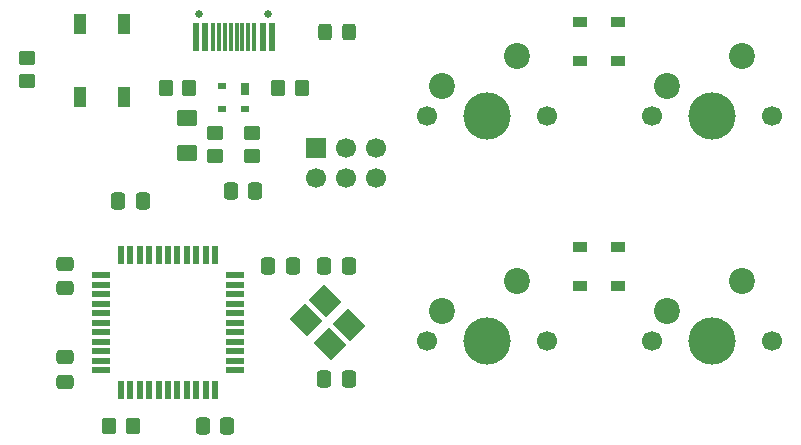
<source format=gbr>
%TF.GenerationSoftware,KiCad,Pcbnew,(6.0.6)*%
%TF.CreationDate,2022-07-22T19:48:42-06:00*%
%TF.ProjectId,macro1,6d616372-6f31-42e6-9b69-6361645f7063,rev?*%
%TF.SameCoordinates,Original*%
%TF.FileFunction,Soldermask,Bot*%
%TF.FilePolarity,Negative*%
%FSLAX46Y46*%
G04 Gerber Fmt 4.6, Leading zero omitted, Abs format (unit mm)*
G04 Created by KiCad (PCBNEW (6.0.6)) date 2022-07-22 19:48:42*
%MOMM*%
%LPD*%
G01*
G04 APERTURE LIST*
G04 Aperture macros list*
%AMRoundRect*
0 Rectangle with rounded corners*
0 $1 Rounding radius*
0 $2 $3 $4 $5 $6 $7 $8 $9 X,Y pos of 4 corners*
0 Add a 4 corners polygon primitive as box body*
4,1,4,$2,$3,$4,$5,$6,$7,$8,$9,$2,$3,0*
0 Add four circle primitives for the rounded corners*
1,1,$1+$1,$2,$3*
1,1,$1+$1,$4,$5*
1,1,$1+$1,$6,$7*
1,1,$1+$1,$8,$9*
0 Add four rect primitives between the rounded corners*
20,1,$1+$1,$2,$3,$4,$5,0*
20,1,$1+$1,$4,$5,$6,$7,0*
20,1,$1+$1,$6,$7,$8,$9,0*
20,1,$1+$1,$8,$9,$2,$3,0*%
%AMRotRect*
0 Rectangle, with rotation*
0 The origin of the aperture is its center*
0 $1 length*
0 $2 width*
0 $3 Rotation angle, in degrees counterclockwise*
0 Add horizontal line*
21,1,$1,$2,0,0,$3*%
G04 Aperture macros list end*
%ADD10C,1.700000*%
%ADD11C,4.000000*%
%ADD12C,2.200000*%
%ADD13RoundRect,0.250000X-0.450000X0.350000X-0.450000X-0.350000X0.450000X-0.350000X0.450000X0.350000X0*%
%ADD14RoundRect,0.250000X-0.337500X-0.475000X0.337500X-0.475000X0.337500X0.475000X-0.337500X0.475000X0*%
%ADD15RoundRect,0.250000X0.450000X-0.350000X0.450000X0.350000X-0.450000X0.350000X-0.450000X-0.350000X0*%
%ADD16RoundRect,0.250000X0.350000X0.450000X-0.350000X0.450000X-0.350000X-0.450000X0.350000X-0.450000X0*%
%ADD17RoundRect,0.250000X-0.325000X-0.450000X0.325000X-0.450000X0.325000X0.450000X-0.325000X0.450000X0*%
%ADD18RoundRect,0.250000X0.475000X-0.337500X0.475000X0.337500X-0.475000X0.337500X-0.475000X-0.337500X0*%
%ADD19R,1.200000X0.900000*%
%ADD20R,1.100000X1.800000*%
%ADD21RoundRect,0.250000X-0.350000X-0.450000X0.350000X-0.450000X0.350000X0.450000X-0.350000X0.450000X0*%
%ADD22RotRect,2.100000X1.800000X135.000000*%
%ADD23RoundRect,0.250001X-0.624999X0.462499X-0.624999X-0.462499X0.624999X-0.462499X0.624999X0.462499X0*%
%ADD24R,0.700000X1.000000*%
%ADD25R,0.700000X0.600000*%
%ADD26R,1.700000X1.700000*%
%ADD27C,0.650000*%
%ADD28R,0.600000X2.450000*%
%ADD29R,0.300000X2.450000*%
%ADD30R,0.550000X1.500000*%
%ADD31R,1.500000X0.550000*%
%ADD32RoundRect,0.250000X-0.475000X0.337500X-0.475000X-0.337500X0.475000X-0.337500X0.475000X0.337500X0*%
G04 APERTURE END LIST*
D10*
%TO.C,SW1*%
X173355000Y-88900000D03*
X163195000Y-88900000D03*
D11*
X168275000Y-88900000D03*
D12*
X170815000Y-83820000D03*
X164465000Y-86360000D03*
%TD*%
D10*
%TO.C,SW4*%
X192405000Y-107950000D03*
X182245000Y-107950000D03*
D11*
X187325000Y-107950000D03*
D12*
X189865000Y-102870000D03*
X183515000Y-105410000D03*
%TD*%
D10*
%TO.C,SW2*%
X192405000Y-88900000D03*
X182245000Y-88900000D03*
D11*
X187325000Y-88900000D03*
D12*
X189865000Y-83820000D03*
X183515000Y-86360000D03*
%TD*%
D10*
%TO.C,SW3*%
X163195000Y-107950000D03*
X173355000Y-107950000D03*
D11*
X168275000Y-107950000D03*
D12*
X170815000Y-102870000D03*
X164465000Y-105410000D03*
%TD*%
D13*
%TO.C,R2*%
X148431250Y-90281250D03*
X148431250Y-92281250D03*
%TD*%
D14*
%TO.C,C4*%
X149775000Y-101600000D03*
X151850000Y-101600000D03*
%TD*%
D15*
%TO.C,R6*%
X129381250Y-85931250D03*
X129381250Y-83931250D03*
%TD*%
D14*
%TO.C,C8*%
X146600000Y-95250000D03*
X148675000Y-95250000D03*
%TD*%
D16*
%TO.C,R5*%
X143081250Y-86518750D03*
X141081250Y-86518750D03*
%TD*%
D14*
%TO.C,C2*%
X144218750Y-115093750D03*
X146293750Y-115093750D03*
%TD*%
D17*
%TO.C,FB1*%
X154550000Y-81756250D03*
X156600000Y-81756250D03*
%TD*%
D18*
%TO.C,C3*%
X132556250Y-111368750D03*
X132556250Y-109293750D03*
%TD*%
D19*
%TO.C,D4*%
X179387500Y-99950000D03*
X179387500Y-103250000D03*
%TD*%
D20*
%TO.C,SW5*%
X133881250Y-81037500D03*
X133881250Y-87237500D03*
X137581250Y-87237500D03*
X137581250Y-81037500D03*
%TD*%
D21*
%TO.C,R4*%
X150606250Y-86518750D03*
X152606250Y-86518750D03*
%TD*%
D19*
%TO.C,D3*%
X176212500Y-99950000D03*
X176212500Y-103250000D03*
%TD*%
D22*
%TO.C,Y1*%
X154993382Y-108200978D03*
X152942772Y-106150368D03*
X154569118Y-104524022D03*
X156619728Y-106574632D03*
%TD*%
D23*
%TO.C,F1*%
X142875000Y-89000000D03*
X142875000Y-91975000D03*
%TD*%
D24*
%TO.C,U2*%
X147843750Y-86562500D03*
D25*
X147843750Y-88262500D03*
X145843750Y-88262500D03*
X145843750Y-86362500D03*
%TD*%
D14*
%TO.C,C6*%
X154537500Y-111125000D03*
X156612500Y-111125000D03*
%TD*%
D21*
%TO.C,R3*%
X136318750Y-115093750D03*
X138318750Y-115093750D03*
%TD*%
D13*
%TO.C,R1*%
X145256250Y-90281250D03*
X145256250Y-92281250D03*
%TD*%
D10*
%TO.C,J1*%
X158908750Y-94138750D03*
X158908750Y-91598750D03*
X156368750Y-94138750D03*
X156368750Y-91598750D03*
X153828750Y-94138750D03*
D26*
X153828750Y-91598750D03*
%TD*%
D14*
%TO.C,C5*%
X137075000Y-96043750D03*
X139150000Y-96043750D03*
%TD*%
D19*
%TO.C,D1*%
X176212500Y-80900000D03*
X176212500Y-84200000D03*
%TD*%
D27*
%TO.C,USB1*%
X143953750Y-80246250D03*
X149733750Y-80246250D03*
D28*
X143618750Y-82191250D03*
X144393750Y-82191250D03*
D29*
X145093750Y-82191250D03*
X145593750Y-82191250D03*
X146093750Y-82191250D03*
X146593750Y-82191250D03*
X147093750Y-82191250D03*
X147593750Y-82191250D03*
X148093750Y-82191250D03*
X148593750Y-82191250D03*
D28*
X149293750Y-82191250D03*
X150068750Y-82191250D03*
%TD*%
D30*
%TO.C,U1*%
X137287500Y-100662500D03*
X138087500Y-100662500D03*
X138887500Y-100662500D03*
X139687500Y-100662500D03*
X140487500Y-100662500D03*
X141287500Y-100662500D03*
X142087500Y-100662500D03*
X142887500Y-100662500D03*
X143687500Y-100662500D03*
X144487500Y-100662500D03*
X145287500Y-100662500D03*
D31*
X146987500Y-102362500D03*
X146987500Y-103162500D03*
X146987500Y-103962500D03*
X146987500Y-104762500D03*
X146987500Y-105562500D03*
X146987500Y-106362500D03*
X146987500Y-107162500D03*
X146987500Y-107962500D03*
X146987500Y-108762500D03*
X146987500Y-109562500D03*
X146987500Y-110362500D03*
D30*
X145287500Y-112062500D03*
X144487500Y-112062500D03*
X143687500Y-112062500D03*
X142887500Y-112062500D03*
X142087500Y-112062500D03*
X141287500Y-112062500D03*
X140487500Y-112062500D03*
X139687500Y-112062500D03*
X138887500Y-112062500D03*
X138087500Y-112062500D03*
X137287500Y-112062500D03*
D31*
X135587500Y-110362500D03*
X135587500Y-109562500D03*
X135587500Y-108762500D03*
X135587500Y-107962500D03*
X135587500Y-107162500D03*
X135587500Y-106362500D03*
X135587500Y-105562500D03*
X135587500Y-104762500D03*
X135587500Y-103962500D03*
X135587500Y-103162500D03*
X135587500Y-102362500D03*
%TD*%
D19*
%TO.C,D2*%
X179387500Y-80900000D03*
X179387500Y-84200000D03*
%TD*%
D32*
%TO.C,C1*%
X132556250Y-101356250D03*
X132556250Y-103431250D03*
%TD*%
D14*
%TO.C,C7*%
X154537500Y-101600000D03*
X156612500Y-101600000D03*
%TD*%
M02*

</source>
